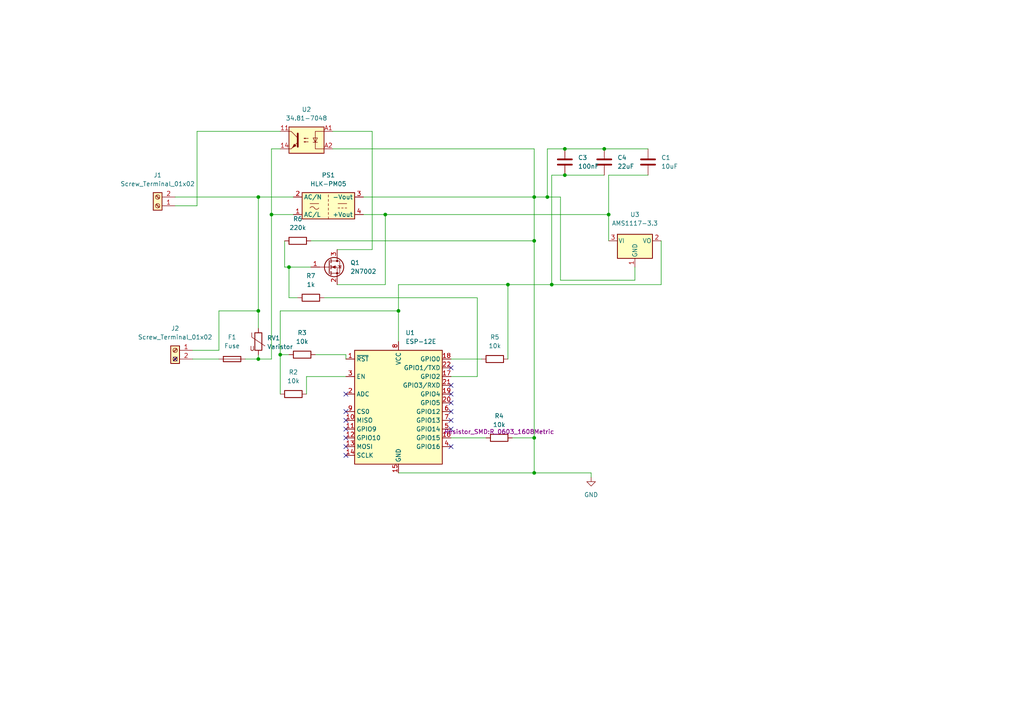
<source format=kicad_sch>
(kicad_sch (version 20211123) (generator eeschema)
  (paper "A4")
  (lib_symbols
    (symbol "Connector:Screw_Terminal_01x02" (pin_names (offset 1.016) hide)
      (property "Reference" "J" (at 0 2.54 0))
      (property "Value" "Screw_Terminal_01x02" (at 0 -5.08 0))
      (symbol "Screw_Terminal_01x02_1_1"
        (rectangle (start -1.27 1.27) (end 1.27 -3.81) (stroke (width 0.254)) (fill (type background)))
        (circle (center 0 -2.54) (radius 0.635) (stroke (width 0.1524)))
        (polyline (pts (xy -0.5334 -2.2098) (xy 0.3302 -3.048)) (stroke (width 0.1524)))
        (polyline (pts (xy -0.5334 0.3302) (xy 0.3302 -0.508)) (stroke (width 0.1524)))
        (polyline (pts (xy -0.3556 -2.032) (xy 0.508 -2.8702)) (stroke (width 0.1524)))
        (polyline (pts (xy -0.3556 0.508) (xy 0.508 -0.3302)) (stroke (width 0.1524)))
        (circle (center 0 0) (radius 0.635) (stroke (width 0.1524)))
        (pin passive line (at -5.08 0 0) (length 3.81) (name "Pin_1") (number "1"))
        (pin passive line (at -5.08 -2.54 0) (length 3.81) (name "Pin_2") (number "2"))
      )
    )
    (symbol "Converter_ACDC:HLK-PM05"
      (property "Reference" "PS" (at 0 5.08 0))
      (property "Value" "HLK-PM05" (at 0 -5.08 0))
      (symbol "HLK-PM05_0_1"
        (rectangle (start -7.62 3.81) (end 7.62 -3.81) (stroke (width 0.254)) (fill (type background)))
        (arc (start -5.334 0.635) (mid -4.699 0.2495) (end -4.064 0.635))
        (arc (start -2.794 0.635) (mid -3.429 1.0072) (end -4.064 0.635))
        (polyline (pts (xy -5.334 -0.635) (xy -2.794 -0.635)))
        (polyline (pts (xy 0 -2.54) (xy 0 -3.175)))
        (polyline (pts (xy 0 -1.27) (xy 0 -1.905)))
        (polyline (pts (xy 0 0) (xy 0 -0.635)))
        (polyline (pts (xy 0 1.27) (xy 0 0.635)))
        (polyline (pts (xy 0 2.54) (xy 0 1.905)))
        (polyline (pts (xy 0 3.81) (xy 0 3.175)))
        (polyline (pts (xy 2.794 -0.635) (xy 5.334 -0.635)))
        (polyline (pts (xy 2.794 0.635) (xy 3.302 0.635)))
        (polyline (pts (xy 3.81 0.635) (xy 4.318 0.635)))
        (polyline (pts (xy 4.826 0.635) (xy 5.334 0.635)))
      )
      (symbol "HLK-PM05_1_1"
        (pin power_in line (at -10.16 2.54 0) (length 2.54) (name "AC/L") (number "1"))
        (pin power_in line (at -10.16 -2.54 0) (length 2.54) (name "AC/N") (number "2"))
        (pin power_out line (at 10.16 -2.54 180) (length 2.54) (name "-Vout") (number "3"))
        (pin power_out line (at 10.16 2.54 180) (length 2.54) (name "+Vout") (number "4"))
      )
    )
    (symbol "Device:C" (pin_numbers hide) (pin_names (offset 0.254))
      (property "Reference" "C" (at 0.635 2.54 0))
      (property "Value" "C" (at 0.635 -2.54 0))
      (symbol "C_0_1"
        (polyline (pts (xy -2.032 -0.762) (xy 2.032 -0.762)) (stroke (width 0.508)))
        (polyline (pts (xy -2.032 0.762) (xy 2.032 0.762)) (stroke (width 0.508)))
      )
      (symbol "C_1_1"
        (pin passive line (at 0 3.81 270) (length 2.794) (name "~") (number "1"))
        (pin passive line (at 0 -3.81 90) (length 2.794) (name "~") (number "2"))
      )
    )
    (symbol "Device:Fuse" (pin_numbers hide) (pin_names (offset 0))
      (property "Reference" "F" (at 2.032 0 90))
      (property "Value" "Fuse" (at -1.905 0 90))
      (symbol "Fuse_0_1"
        (rectangle (start -0.762 -2.54) (end 0.762 2.54) (stroke (width 0.254)))
        (polyline (pts (xy 0 2.54) (xy 0 -2.54)))
      )
      (symbol "Fuse_1_1"
        (pin passive line (at 0 3.81 270) (length 1.27) (name "~") (number "1"))
        (pin passive line (at 0 -3.81 90) (length 1.27) (name "~") (number "2"))
      )
    )
    (symbol "Device:R" (pin_numbers hide) (pin_names (offset 0))
      (property "Reference" "R" (at 2.032 0 90))
      (property "Value" "R" (at 0 0 90))
      (symbol "R_0_1"
        (rectangle (start -1.016 -2.54) (end 1.016 2.54) (stroke (width 0.254)))
      )
      (symbol "R_1_1"
        (pin passive line (at 0 3.81 270) (length 1.27) (name "~") (number "1"))
        (pin passive line (at 0 -3.81 90) (length 1.27) (name "~") (number "2"))
      )
    )
    (symbol "Device:Varistor" (pin_numbers hide) (pin_names (offset 0))
      (property "Reference" "RV" (at 3.175 0 90))
      (property "Value" "Varistor" (at -3.175 0 90))
      (symbol "Varistor_0_0"
        (text "U" (at -1.778 -2.032 0) (effects (font (size 1.27 1.27))))
      )
      (symbol "Varistor_0_1"
        (rectangle (start -1.016 -2.54) (end 1.016 2.54) (stroke (width 0.254)))
        (polyline (pts (xy -1.905 2.54) (xy -1.905 1.27) (xy 1.905 -1.27)))
      )
      (symbol "Varistor_1_1"
        (pin passive line (at 0 3.81 270) (length 1.27) (name "~") (number "1"))
        (pin passive line (at 0 -3.81 90) (length 1.27) (name "~") (number "2"))
      )
    )
    (symbol "RF_Module:ESP-12E"
      (property "Reference" "U" (at -12.7 19.05 0))
      (property "Value" "ESP-12E" (at 12.7 19.05 0))
      (symbol "ESP-12E_0_1"
        (rectangle (start -12.7 17.78) (end 12.7 -15.24) (stroke (width 0.254)) (fill (type background)))
      )
      (symbol "ESP-12E_1_1"
        (pin input line (at -15.24 15.24 0) (length 2.54) (name "~{RST}") (number "1"))
        (pin bidirectional line (at -15.24 -2.54 0) (length 2.54) (name "MISO") (number "10"))
        (pin bidirectional line (at -15.24 -5.08 0) (length 2.54) (name "GPIO9") (number "11"))
        (pin bidirectional line (at -15.24 -7.62 0) (length 2.54) (name "GPIO10") (number "12"))
        (pin bidirectional line (at -15.24 -10.16 0) (length 2.54) (name "MOSI") (number "13"))
        (pin bidirectional line (at -15.24 -12.7 0) (length 2.54) (name "SCLK") (number "14"))
        (pin power_in line (at 0 -17.78 90) (length 2.54) (name "GND") (number "15"))
        (pin bidirectional line (at 15.24 -7.62 180) (length 2.54) (name "GPIO15") (number "16"))
        (pin bidirectional line (at 15.24 10.16 180) (length 2.54) (name "GPIO2") (number "17"))
        (pin bidirectional line (at 15.24 15.24 180) (length 2.54) (name "GPIO0") (number "18"))
        (pin bidirectional line (at 15.24 5.08 180) (length 2.54) (name "GPIO4") (number "19"))
        (pin input line (at -15.24 5.08 0) (length 2.54) (name "ADC") (number "2"))
        (pin bidirectional line (at 15.24 2.54 180) (length 2.54) (name "GPIO5") (number "20"))
        (pin bidirectional line (at 15.24 7.62 180) (length 2.54) (name "GPIO3/RXD") (number "21"))
        (pin bidirectional line (at 15.24 12.7 180) (length 2.54) (name "GPIO1/TXD") (number "22"))
        (pin input line (at -15.24 10.16 0) (length 2.54) (name "EN") (number "3"))
        (pin bidirectional line (at 15.24 -10.16 180) (length 2.54) (name "GPIO16") (number "4"))
        (pin bidirectional line (at 15.24 -5.08 180) (length 2.54) (name "GPIO14") (number "5"))
        (pin bidirectional line (at 15.24 0 180) (length 2.54) (name "GPIO12") (number "6"))
        (pin bidirectional line (at 15.24 -2.54 180) (length 2.54) (name "GPIO13") (number "7"))
        (pin power_in line (at 0 20.32 270) (length 2.54) (name "VCC") (number "8"))
        (pin input line (at -15.24 0 0) (length 2.54) (name "CS0") (number "9"))
      )
    )
    (symbol "Regulator_Linear:AMS1117-3.3" (pin_names (offset 0.254))
      (property "Reference" "U" (at -3.81 3.175 0))
      (property "Value" "AMS1117-3.3" (at 0 3.175 0))
      (symbol "AMS1117-3.3_0_1"
        (rectangle (start -5.08 -5.08) (end 5.08 1.905) (stroke (width 0.254)) (fill (type background)))
      )
      (symbol "AMS1117-3.3_1_1"
        (pin power_in line (at 0 -7.62 90) (length 2.54) (name "GND") (number "1"))
        (pin power_out line (at 7.62 0 180) (length 2.54) (name "VO") (number "2"))
        (pin power_in line (at -7.62 0 0) (length 2.54) (name "VI") (number "3"))
      )
    )
    (symbol "Relay_SolidState:34.81-7048"
      (property "Reference" "U" (at -5.08 5.08 0))
      (property "Value" "34.81-7048" (at 0 5.08 0))
      (symbol "34.81-7048_0_1"
        (rectangle (start -5.08 3.81) (end 5.08 -3.81) (stroke (width 0.254)) (fill (type background)))
        (polyline (pts (xy -3.175 -0.635) (xy -1.905 -0.635)))
        (polyline (pts (xy 2.54 1.905) (xy 2.54 -1.905) (xy 2.54 -1.905)) (stroke (width 0.508)))
        (polyline (pts (xy -5.08 2.54) (xy -2.54 2.54) (xy -2.54 -2.54) (xy -5.08 -2.54)))
        (polyline (pts (xy -2.54 -0.635) (xy -3.175 0.635) (xy -1.905 0.635) (xy -2.54 -0.635)))
        (polyline (pts (xy -0.508 -0.508) (xy 0.762 -0.508) (xy 0.381 -0.635) (xy 0.381 -0.381) (xy 0.762 -0.508)))
        (polyline (pts (xy -0.508 0.508) (xy 0.762 0.508) (xy 0.381 0.381) (xy 0.381 0.635) (xy 0.762 0.508)))
        (polyline (pts (xy 3.048 -1.651) (xy 3.556 -1.143) (xy 4.064 -2.159) (xy 3.048 -1.651) (xy 3.048 -1.651)) (fill (type outline)))
        (polyline (pts (xy 5.08 2.54) (xy 4.445 2.54) (xy 2.54 0.635) (xy 2.54 -0.635) (xy 4.445 -2.54) (xy 5.08 -2.54)))
      )
      (symbol "34.81-7048_1_1"
        (pin passive line (at 7.62 2.54 180) (length 2.54) (name "~") (number "11"))
        (pin passive line (at 7.62 -2.54 180) (length 2.54) (name "~") (number "14"))
        (pin passive line (at -7.62 2.54 0) (length 2.54) (name "~") (number "A1"))
        (pin passive line (at -7.62 -2.54 0) (length 2.54) (name "~") (number "A2"))
      )
    )
    (symbol "Transistor_FET:2N7002" (pin_names hide)
      (property "Reference" "Q" (at 5.08 1.905 0))
      (property "Value" "2N7002" (at 5.08 0 0))
      (symbol "2N7002_0_1"
        (polyline (pts (xy 0.254 0) (xy -2.54 0)))
        (polyline (pts (xy 0.254 1.905) (xy 0.254 -1.905)) (stroke (width 0.254)))
        (polyline (pts (xy 0.762 -1.27) (xy 0.762 -2.286)) (stroke (width 0.254)))
        (polyline (pts (xy 0.762 0.508) (xy 0.762 -0.508)) (stroke (width 0.254)))
        (polyline (pts (xy 0.762 2.286) (xy 0.762 1.27)) (stroke (width 0.254)))
        (polyline (pts (xy 2.54 2.54) (xy 2.54 1.778)))
        (polyline (pts (xy 2.54 -2.54) (xy 2.54 0) (xy 0.762 0)))
        (polyline (pts (xy 0.762 -1.778) (xy 3.302 -1.778) (xy 3.302 1.778) (xy 0.762 1.778)))
        (polyline (pts (xy 1.016 0) (xy 2.032 0.381) (xy 2.032 -0.381) (xy 1.016 0)) (fill (type outline)))
        (polyline (pts (xy 2.794 0.508) (xy 2.921 0.381) (xy 3.683 0.381) (xy 3.81 0.254)))
        (polyline (pts (xy 3.302 0.381) (xy 2.921 -0.254) (xy 3.683 -0.254) (xy 3.302 0.381)))
        (circle (center 1.651 0) (radius 2.794) (stroke (width 0.254)))
        (circle (center 2.54 -1.778) (radius 0.254) (fill (type outline)))
        (circle (center 2.54 1.778) (radius 0.254) (fill (type outline)))
      )
      (symbol "2N7002_1_1"
        (pin input line (at -5.08 0 0) (length 2.54) (name "G") (number "1"))
        (pin passive line (at 2.54 -5.08 90) (length 2.54) (name "S") (number "2"))
        (pin passive line (at 2.54 5.08 270) (length 2.54) (name "D") (number "3"))
      )
    )
    (symbol "power:GND" (power) (pin_names (offset 0))
      (property "Value" "GND" (at 0 -3.81 0))
      (symbol "GND_0_1"
        (polyline (pts (xy 0 0) (xy 0 -1.27) (xy 1.27 -1.27) (xy 0 -2.54) (xy -1.27 -1.27) (xy 0 -1.27)))
      )
      (symbol "GND_1_1"
        (pin power_in line (at 0 0 270) (length 0) hide (name "GND") (number "1"))
      )
    )
  )
  (junction (at 154.94 57.15))
  (junction (at 147.32 82.55))
  (junction (at 163.83 43.18))
  (junction (at 74.93 90.17))
  (junction (at 78.74 62.23))
  (junction (at 175.26 43.18))
  (junction (at 160.02 82.55))
  (junction (at 81.28 102.87))
  (junction (at 115.57 90.17))
  (junction (at 154.94 127))
  (junction (at 154.94 69.85))
  (junction (at 176.53 62.23))
  (junction (at 163.83 50.8))
  (junction (at 154.94 137.16))
  (junction (at 158.75 57.15))
  (junction (at 83.82 77.47))
  (junction (at 74.93 57.15))
  (junction (at 111.76 62.23))
  (junction (at 74.93 104.14))
  (no_connect (at 130.81 119.38))
  (no_connect (at 130.81 124.46))
  (no_connect (at 130.81 121.92))
  (no_connect (at 130.81 106.68))
  (no_connect (at 100.33 129.54))
  (no_connect (at 100.33 132.08))
  (no_connect (at 100.33 127))
  (no_connect (at 100.33 124.46))
  (no_connect (at 100.33 121.92))
  (no_connect (at 100.33 119.38))
  (no_connect (at 130.81 111.76))
  (no_connect (at 130.81 114.3))
  (no_connect (at 130.81 116.84))
  (no_connect (at 130.81 129.54))
  (no_connect (at 100.33 114.3))
  (no_connect (at 50.8 104.14))
  (wire (pts (xy 115.57 137.16) (xy 154.94 137.16)))
  (wire (pts (xy 154.94 137.16) (xy 171.45 137.16)))
  (wire (pts (xy 176.53 62.23) (xy 176.53 69.85)))
  (wire (pts (xy 130.81 104.14) (xy 139.7 104.14)))
  (wire (pts (xy 158.75 43.18) (xy 158.75 57.15)))
  (wire (pts (xy 184.15 81.28) (xy 184.15 77.47)))
  (wire (pts (xy 175.26 43.18) (xy 163.83 43.18)))
  (wire (pts (xy 147.32 82.55) (xy 115.57 82.55)))
  (wire (pts (xy 88.9 109.22) (xy 88.9 114.3)))
  (wire (pts (xy 74.93 57.15) (xy 74.93 90.17)))
  (wire (pts (xy 111.76 82.55) (xy 111.76 62.23)))
  (wire (pts (xy 191.77 69.85) (xy 191.77 82.55)))
  (wire (pts (xy 63.5 90.17) (xy 74.93 90.17)))
  (wire (pts (xy 162.56 57.15) (xy 162.56 81.28)))
  (wire (pts (xy 91.44 102.87) (xy 100.33 102.87)))
  (wire (pts (xy 162.56 81.28) (xy 184.15 81.28)))
  (wire (pts (xy 90.17 69.85) (xy 154.94 69.85)))
  (wire (pts (xy 147.32 82.55) (xy 147.32 104.14)))
  (wire (pts (xy 160.02 50.8) (xy 160.02 82.55)))
  (wire (pts (xy 107.95 72.39) (xy 107.95 38.1)))
  (wire (pts (xy 100.33 102.87) (xy 100.33 104.14)))
  (wire (pts (xy 57.15 38.1) (xy 57.15 59.69)))
  (wire (pts (xy 81.28 114.3) (xy 81.28 102.87)))
  (wire (pts (xy 74.93 57.15) (xy 85.09 57.15)))
  (wire (pts (xy 74.93 104.14) (xy 74.93 102.87)))
  (wire (pts (xy 171.45 137.16) (xy 171.45 138.43)))
  (wire (pts (xy 55.88 101.6) (xy 63.5 101.6)))
  (wire (pts (xy 158.75 57.15) (xy 162.56 57.15)))
  (wire (pts (xy 81.28 43.18) (xy 78.74 43.18)))
  (wire (pts (xy 163.83 50.8) (xy 175.26 50.8)))
  (wire (pts (xy 81.28 102.87) (xy 81.28 90.17)))
  (wire (pts (xy 154.94 43.18) (xy 154.94 57.15)))
  (wire (pts (xy 154.94 57.15) (xy 154.94 69.85)))
  (wire (pts (xy 154.94 57.15) (xy 158.75 57.15)))
  (wire (pts (xy 111.76 62.23) (xy 176.53 62.23)))
  (wire (pts (xy 187.96 43.18) (xy 175.26 43.18)))
  (wire (pts (xy 83.82 86.36) (xy 83.82 77.47)))
  (wire (pts (xy 97.79 82.55) (xy 111.76 82.55)))
  (wire (pts (xy 100.33 109.22) (xy 88.9 109.22)))
  (wire (pts (xy 115.57 90.17) (xy 115.57 99.06)))
  (wire (pts (xy 85.09 62.23) (xy 78.74 62.23)))
  (wire (pts (xy 74.93 90.17) (xy 74.93 95.25)))
  (wire (pts (xy 154.94 69.85) (xy 154.94 127)))
  (wire (pts (xy 82.55 77.47) (xy 83.82 77.47)))
  (wire (pts (xy 163.83 43.18) (xy 158.75 43.18)))
  (wire (pts (xy 97.79 72.39) (xy 107.95 72.39)))
  (wire (pts (xy 115.57 82.55) (xy 115.57 90.17)))
  (wire (pts (xy 50.8 57.15) (xy 74.93 57.15)))
  (wire (pts (xy 160.02 82.55) (xy 147.32 82.55)))
  (wire (pts (xy 107.95 38.1) (xy 96.52 38.1)))
  (wire (pts (xy 163.83 50.8) (xy 160.02 50.8)))
  (wire (pts (xy 78.74 43.18) (xy 78.74 62.23)))
  (wire (pts (xy 83.82 77.47) (xy 90.17 77.47)))
  (wire (pts (xy 187.96 50.8) (xy 176.53 50.8)))
  (wire (pts (xy 82.55 69.85) (xy 82.55 77.47)))
  (wire (pts (xy 81.28 90.17) (xy 115.57 90.17)))
  (wire (pts (xy 130.81 127) (xy 140.97 127)))
  (wire (pts (xy 105.41 57.15) (xy 154.94 57.15)))
  (wire (pts (xy 138.43 109.22) (xy 138.43 86.36)))
  (wire (pts (xy 105.41 62.23) (xy 111.76 62.23)))
  (wire (pts (xy 154.94 127) (xy 154.94 137.16)))
  (wire (pts (xy 81.28 102.87) (xy 83.82 102.87)))
  (wire (pts (xy 55.88 104.14) (xy 63.5 104.14)))
  (wire (pts (xy 86.36 86.36) (xy 83.82 86.36)))
  (wire (pts (xy 71.12 104.14) (xy 74.93 104.14)))
  (wire (pts (xy 81.28 38.1) (xy 57.15 38.1)))
  (wire (pts (xy 63.5 101.6) (xy 63.5 90.17)))
  (wire (pts (xy 78.74 104.14) (xy 74.93 104.14)))
  (wire (pts (xy 96.52 43.18) (xy 154.94 43.18)))
  (wire (pts (xy 57.15 59.69) (xy 50.8 59.69)))
  (wire (pts (xy 130.81 109.22) (xy 138.43 109.22)))
  (wire (pts (xy 78.74 62.23) (xy 78.74 104.14)))
  (wire (pts (xy 138.43 86.36) (xy 93.98 86.36)))
  (wire (pts (xy 176.53 50.8) (xy 176.53 62.23)))
  (wire (pts (xy 191.77 82.55) (xy 160.02 82.55)))
  (wire (pts (xy 148.59 127) (xy 154.94 127)))
  (symbol (lib_id "Converter_ACDC:HLK-PM05") (at 95.25 59.69 0) (mirror x) (unit 1)
    (property "Reference" "PS1" (at 95.25 50.8 0))
    (property "Value" "HLK-PM05" (at 95.25 53.34 0))
    (property "Footprint" "Converter_ACDC:Converter_ACDC_HiLink_HLK-PMxx" (effects hide))
    (property "Datasheet" "http://www.hlktech.net/product_detail.php?ProId=54" (effects hide))
  )
  (symbol (lib_id "Device:R") (at 143.51 104.14 270) (unit 1)
    (property "Reference" "R5" (at 143.51 97.79 90))
    (property "Value" "10k" (at 143.51 100.33 90))
    (property "Footprint" "Resistor_SMD:R_0603_1608Metric" (effects hide))
  )
  (symbol (lib_id "Device:R") (at 144.78 127 270) (unit 1)
    (property "Reference" "R4" (at 144.78 120.65 90))
    (property "Value" "10k" (at 144.78 123.19 90))
    (property "Footprint" "Resistor_SMD:R_0603_1608Metric" (at 144.78 125.222 90))
  )
  (symbol (lib_id "Connector:Screw_Terminal_01x02") (at 45.72 59.69 180) (unit 1)
    (property "Reference" "J1" (at 45.72 50.8 0))
    (property "Value" "Screw_Terminal_01x02" (at 45.72 53.34 0))
    (property "Footprint" "TerminalBlock:TerminalBlock_Altech_AK300-2_P5.00mm" (effects hide))
  )
  (symbol (lib_id "Device:Varistor") (at 74.93 99.06 0) (unit 1)
    (property "Reference" "RV1" (at 77.47 98.0431 0) (effects (justify left)))
    (property "Value" "Varistor" (at 77.47 100.5831 0) (effects (justify left)))
    (property "Footprint" "Varistor:RV_Disc_D9mm_W4.4mm_P5mm" (effects hide))
  )
  (symbol (lib_id "Device:Fuse") (at 67.31 104.14 90) (unit 1)
    (property "Reference" "F1" (at 67.31 97.79 90))
    (property "Value" "Fuse" (at 67.31 100.33 90))
    (property "Footprint" "Fuse:Fuse_Bourns_MF-RG400" (effects hide))
  )
  (symbol (lib_id "power:GND") (at 171.45 138.43 0) (unit 1)
    (property "Reference" "#PWR0101" (effects hide))
    (property "Value" "GND" (at 171.45 143.51 0))
  )
  (symbol (lib_id "Device:C") (at 163.83 46.99 0) (unit 1)
    (property "Reference" "C3" (at 167.64 45.7199 0) (effects (justify left)))
    (property "Value" "100nF" (at 167.64 48.2599 0) (effects (justify left)))
    (property "Footprint" "Capacitor_Tantalum_SMD:CP_EIA-3216-18_Kemet-A_Pad1.58x1.35mm_HandSolder" (effects hide))
  )
  (symbol (lib_id "Regulator_Linear:AMS1117-3.3") (at 184.15 69.85 0) (unit 1)
    (property "Reference" "U3" (at 184.15 62.23 0))
    (property "Value" "AMS1117-3.3" (at 184.15 64.77 0))
    (property "Footprint" "Package_TO_SOT_SMD:SOT-223-3_TabPin2" (effects hide))
    (property "Datasheet" "http://www.advanced-monolithic.com/pdf/ds1117.pdf" (effects hide))
  )
  (symbol (lib_id "Relay_SolidState:34.81-7048") (at 88.9 40.64 0) (mirror y) (unit 1)
    (property "Reference" "U2" (at 88.9 31.75 0))
    (property "Value" "34.81-7048" (at 88.9 34.29 0))
    (property "Footprint" "OptoDevice:Finder_34.81" (effects hide))
    (property "Datasheet" "http://www.us.liteon.com/downloads/LTV-817-827-847.PDF" (effects hide))
  )
  (symbol (lib_id "Device:C") (at 187.96 46.99 0) (unit 1)
    (property "Reference" "C1" (at 191.77 45.7199 0) (effects (justify left)))
    (property "Value" "10uF" (at 191.77 48.2599 0) (effects (justify left)))
    (property "Footprint" "Capacitor_Tantalum_SMD:CP_EIA-3216-18_Kemet-A_Pad1.58x1.35mm_HandSolder" (effects hide))
  )
  (symbol (lib_id "Device:R") (at 90.17 86.36 270) (unit 1)
    (property "Reference" "R7" (at 90.17 80.01 90))
    (property "Value" "1k" (at 90.17 82.55 90))
    (property "Footprint" "Resistor_SMD:R_0603_1608Metric" (effects hide))
  )
  (symbol (lib_id "Device:R") (at 85.09 114.3 270) (unit 1)
    (property "Reference" "R2" (at 85.09 107.95 90))
    (property "Value" "10k" (at 85.09 110.49 90))
    (property "Footprint" "Resistor_SMD:R_0603_1608Metric" (effects hide))
  )
  (symbol (lib_id "Connector:Screw_Terminal_01x02") (at 50.8 101.6 0) (mirror y) (unit 1)
    (property "Reference" "J2" (at 50.8 95.25 0))
    (property "Value" "Screw_Terminal_01x02" (at 50.8 97.79 0))
    (property "Footprint" "TerminalBlock:TerminalBlock_Altech_AK300-2_P5.00mm" (effects hide))
  )
  (symbol (lib_id "Device:R") (at 87.63 102.87 270) (unit 1)
    (property "Reference" "R3" (at 87.63 96.52 90))
    (property "Value" "10k" (at 87.63 99.06 90))
    (property "Footprint" "Resistor_SMD:R_0603_1608Metric" (effects hide))
  )
  (symbol (lib_id "Device:C") (at 175.26 46.99 0) (unit 1)
    (property "Reference" "C4" (at 179.07 45.7199 0) (effects (justify left)))
    (property "Value" "22uF" (at 179.07 48.2599 0) (effects (justify left)))
    (property "Footprint" "Capacitor_Tantalum_SMD:CP_EIA-3216-18_Kemet-A_Pad1.58x1.35mm_HandSolder" (effects hide))
  )
  (symbol (lib_id "Device:R") (at 86.36 69.85 270) (unit 1)
    (property "Reference" "R6" (at 86.36 63.5 90))
    (property "Value" "220k" (at 86.36 66.04 90))
    (property "Footprint" "Resistor_SMD:R_0603_1608Metric" (effects hide))
  )
  (symbol (lib_id "Transistor_FET:2N7002") (at 95.25 77.47 0) (unit 1)
    (property "Reference" "Q1" (at 101.6 76.1999 0) (effects (justify left)))
    (property "Value" "2N7002" (at 101.6 78.7399 0) (effects (justify left)))
    (property "Footprint" "Package_TO_SOT_SMD:SOT-23" (effects hide))
    (property "Datasheet" "https://www.onsemi.com/pub/Collateral/NDS7002A-D.PDF" (effects hide))
  )
  (symbol (lib_id "RF_Module:ESP-12E") (at 115.57 119.38 0) (unit 1)
    (property "Reference" "U1" (at 117.5894 96.52 0) (effects (justify left)))
    (property "Value" "ESP-12E" (at 117.5894 99.06 0) (effects (justify left)))
    (property "Footprint" "RF_Module:ESP-12E" (effects hide))
    (property "Datasheet" "http://wiki.ai-thinker.com/_media/esp8266/esp8266_series_modules_user_manual_v1.1.pdf" (effects hide))
  )
)
</source>
